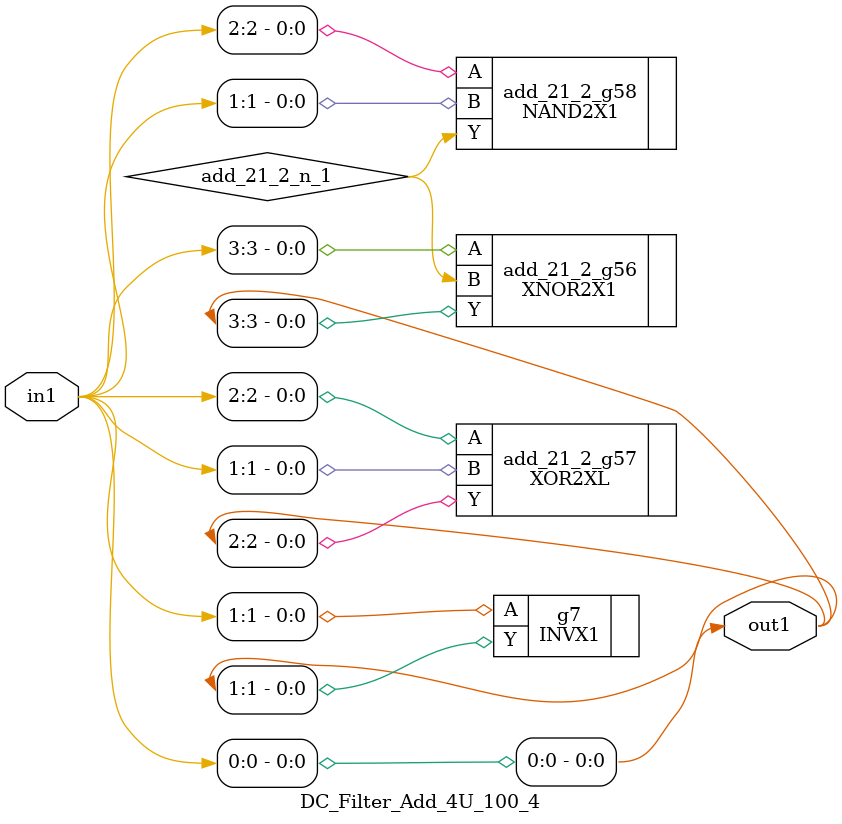
<source format=v>
`timescale 1ps / 1ps


module DC_Filter_Add_4U_100_4(in1, out1);
  input [3:0] in1;
  output [3:0] out1;
  wire [3:0] in1;
  wire [3:0] out1;
  wire add_21_2_n_1;
  assign out1[0] = in1[0];
  INVX1 g7(.A (in1[1]), .Y (out1[1]));
  XNOR2X1 add_21_2_g56(.A (in1[3]), .B (add_21_2_n_1), .Y (out1[3]));
  XOR2XL add_21_2_g57(.A (in1[2]), .B (in1[1]), .Y (out1[2]));
  NAND2X1 add_21_2_g58(.A (in1[2]), .B (in1[1]), .Y (add_21_2_n_1));
endmodule



</source>
